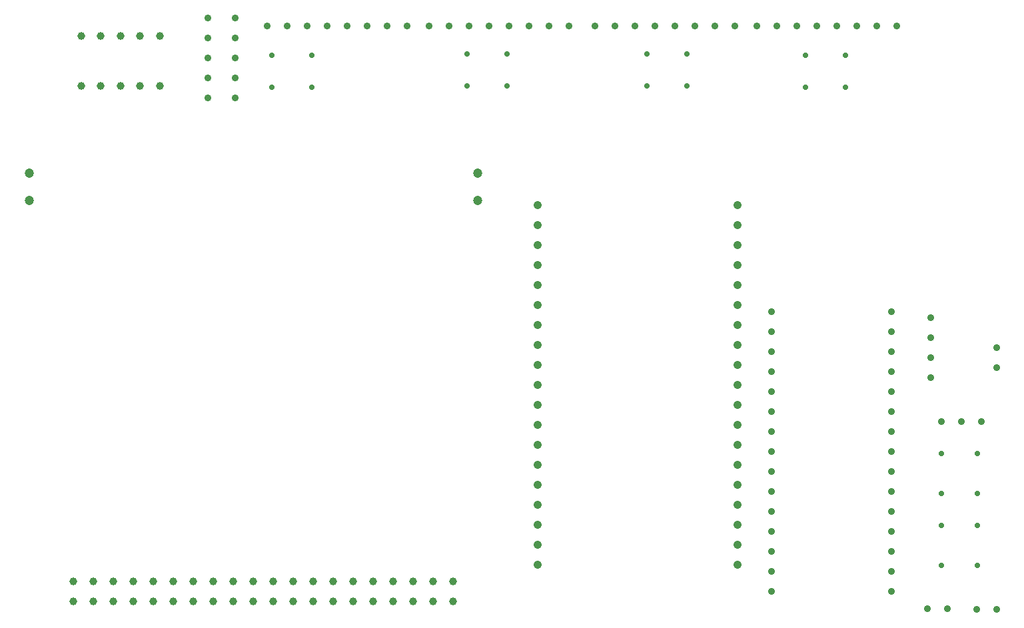
<source format=gbr>
%TF.GenerationSoftware,Altium Limited,Altium Designer,25.1.2 (22)*%
G04 Layer_Color=0*
%FSLAX45Y45*%
%MOMM*%
%TF.SameCoordinates,50AF8CB0-8788-4631-97D4-B92DF93AA5B5*%
%TF.FilePolarity,Positive*%
%TF.FileFunction,Plated,1,4,PTH,Drill*%
%TF.Part,Single*%
G01*
G75*
%TA.AperFunction,ComponentDrill*%
%ADD79C,0.70000*%
%ADD82C,0.90000*%
%ADD83C,0.70000*%
%ADD84C,0.90000*%
%ADD85C,1.04000*%
%ADD86C,1.00000*%
%ADD87C,1.20000*%
D79*
X13347701Y12026900D02*
D03*
X12839700D02*
D03*
Y11620500D02*
D03*
X13347701D02*
D03*
X6057900Y12026900D02*
D03*
X6565900D02*
D03*
X6057900Y11620500D02*
D03*
X6565900D02*
D03*
X10820400Y12039600D02*
D03*
X11328400D02*
D03*
X10820400Y11633200D02*
D03*
X11328400D02*
D03*
X8534400Y12039600D02*
D03*
X9042400D02*
D03*
X8534400Y11633200D02*
D03*
X9042400D02*
D03*
D82*
X15265401Y8051800D02*
D03*
Y8305800D02*
D03*
X5588000Y11480800D02*
D03*
Y11734800D02*
D03*
Y11988800D02*
D03*
Y12242800D02*
D03*
Y12496800D02*
D03*
X5245100Y11480800D02*
D03*
Y11734800D02*
D03*
Y11988800D02*
D03*
Y12242800D02*
D03*
Y12496800D02*
D03*
X14427200Y8686800D02*
D03*
Y8432800D02*
D03*
Y8178800D02*
D03*
Y7924800D02*
D03*
D83*
X14566901Y5537200D02*
D03*
Y6045200D02*
D03*
Y6451600D02*
D03*
Y6959600D02*
D03*
X15024100Y5537200D02*
D03*
Y6045200D02*
D03*
Y6451600D02*
D03*
Y6959600D02*
D03*
D84*
X14389101Y4991100D02*
D03*
X14643100D02*
D03*
X15011400Y4978400D02*
D03*
X15265401D02*
D03*
X12407900Y5207000D02*
D03*
Y5461000D02*
D03*
Y5715000D02*
D03*
Y5969000D02*
D03*
Y6223000D02*
D03*
Y6477000D02*
D03*
Y6731000D02*
D03*
Y6985000D02*
D03*
Y7239000D02*
D03*
Y7493000D02*
D03*
Y7747000D02*
D03*
Y8001000D02*
D03*
Y8255000D02*
D03*
Y8509000D02*
D03*
Y8763000D02*
D03*
X13931900D02*
D03*
Y8509000D02*
D03*
Y8255000D02*
D03*
Y8001000D02*
D03*
Y7747000D02*
D03*
Y7493000D02*
D03*
Y7239000D02*
D03*
Y6985000D02*
D03*
Y6731000D02*
D03*
Y6477000D02*
D03*
Y6223000D02*
D03*
Y5969000D02*
D03*
Y5715000D02*
D03*
Y5461000D02*
D03*
Y5207000D02*
D03*
X13995399Y12395200D02*
D03*
X13741400D02*
D03*
X13487399D02*
D03*
X13233400D02*
D03*
X12979401D02*
D03*
X12725400D02*
D03*
X12471400D02*
D03*
X12217400D02*
D03*
X11938000D02*
D03*
X11684000D02*
D03*
X11430000D02*
D03*
X11176000D02*
D03*
X10922000D02*
D03*
X10668000D02*
D03*
X10414000D02*
D03*
X10160000D02*
D03*
X9829800D02*
D03*
X9575800D02*
D03*
X9321800D02*
D03*
X9067800D02*
D03*
X8813800D02*
D03*
X8559800D02*
D03*
X8305800D02*
D03*
X8051800D02*
D03*
X7772400D02*
D03*
X7518400D02*
D03*
X7264400D02*
D03*
X7010400D02*
D03*
X6756400D02*
D03*
X6502400D02*
D03*
X6248400D02*
D03*
X5994400D02*
D03*
X14566901Y7366000D02*
D03*
X14820900D02*
D03*
X15074899D02*
D03*
D85*
X11976100Y5549900D02*
D03*
Y5803900D02*
D03*
Y10121900D02*
D03*
Y6057900D02*
D03*
Y6311900D02*
D03*
Y6565900D02*
D03*
Y6819900D02*
D03*
Y7073900D02*
D03*
Y7327900D02*
D03*
Y7581900D02*
D03*
Y7835900D02*
D03*
Y8089900D02*
D03*
Y8343900D02*
D03*
Y8597900D02*
D03*
Y8851900D02*
D03*
Y9105900D02*
D03*
Y9359900D02*
D03*
Y9613900D02*
D03*
Y9867900D02*
D03*
X9436100Y5549900D02*
D03*
Y5803900D02*
D03*
Y6057900D02*
D03*
Y6311900D02*
D03*
Y6565900D02*
D03*
Y6819900D02*
D03*
Y7073900D02*
D03*
Y7327900D02*
D03*
Y7581900D02*
D03*
Y7835900D02*
D03*
Y8089900D02*
D03*
Y8343900D02*
D03*
Y8597900D02*
D03*
Y8851900D02*
D03*
Y9105900D02*
D03*
Y9359900D02*
D03*
Y9613900D02*
D03*
Y9867900D02*
D03*
Y10121900D02*
D03*
D86*
X4131500Y12266300D02*
D03*
X3881500D02*
D03*
X4381500D02*
D03*
X4631500D02*
D03*
X3631500D02*
D03*
X4131500Y11633200D02*
D03*
X3881500D02*
D03*
X4381500D02*
D03*
X4631500D02*
D03*
X3631500D02*
D03*
X3530600Y5085700D02*
D03*
Y5339700D02*
D03*
X3784600Y5085700D02*
D03*
Y5339700D02*
D03*
X4038600Y5085700D02*
D03*
Y5339700D02*
D03*
X4292600Y5085700D02*
D03*
Y5339700D02*
D03*
X4546600Y5085700D02*
D03*
Y5339700D02*
D03*
X4800600Y5085700D02*
D03*
Y5339700D02*
D03*
X5054600Y5085700D02*
D03*
Y5339700D02*
D03*
X5308600Y5085700D02*
D03*
Y5339700D02*
D03*
X5562600Y5085700D02*
D03*
Y5339700D02*
D03*
X5816600Y5085700D02*
D03*
Y5339700D02*
D03*
X6070600Y5085700D02*
D03*
Y5339700D02*
D03*
X6324600Y5085700D02*
D03*
Y5339700D02*
D03*
X6578600Y5085700D02*
D03*
Y5339700D02*
D03*
X6832600Y5085700D02*
D03*
Y5339700D02*
D03*
X7086600Y5085700D02*
D03*
Y5339700D02*
D03*
X7340600Y5085700D02*
D03*
Y5339700D02*
D03*
X7594600Y5085700D02*
D03*
Y5339700D02*
D03*
X7848600Y5085700D02*
D03*
Y5339700D02*
D03*
X8102600Y5085700D02*
D03*
Y5339700D02*
D03*
X8356600Y5085700D02*
D03*
Y5339700D02*
D03*
D87*
X8674100Y10178300D02*
D03*
Y10528300D02*
D03*
X2971800Y10178300D02*
D03*
Y10528300D02*
D03*
%TF.MD5,98fe1489603076e1d3c6b2f205fa9c4e*%
M02*

</source>
